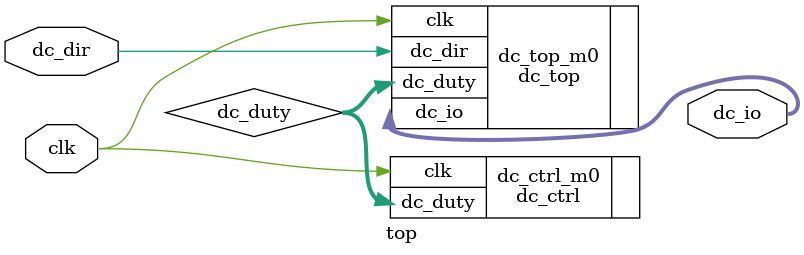
<source format=sv>
module top (
    input           clk,
    input           dc_dir,

    output [1:0]    dc_io
);
parameter       CLK_FRE = 50;//FPGA 时钟频率 50MHz
// 速度占空比 范围 0~100%

//dc 占空比控制
wire [7:0]     dc_duty;
dc_ctrl#(
    .CLK_FRE    (CLK_FRE    )
) dc_ctrl_m0(
    .clk        (clk        ),

    .dc_duty  (dc_duty  )
);

//dc PWM信号生成
dc_top#(
    .CLK_FRE    (CLK_FRE    )
) dc_top_m0(
    .clk        (clk        ),
    .dc_dir     (dc_dir     ),
    .dc_duty  (dc_duty  ),

    .dc_io    (dc_io    )
);
endmodule
</source>
